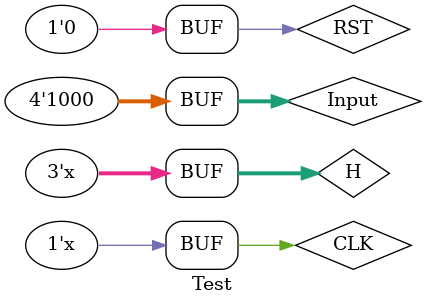
<source format=v>
`timescale 1ns / 1ps


module Test;

	// Inputs
	reg [3:0] Input;
	reg CLK;
	reg RST;
	reg [2:0] H;

	// Outputs
	wire [1:0] A;
	wire [1:0] B;
	wire [1:0] C;

	// Instantiate the Unit Under Test (UUT)
	Motor_PWM uut (
		.Input(Input), 
		.CLK(CLK), 
		.RST(RST), 
		.H(H), 
		.A(A), 
		.B(B), 
		.C(C)
	);

	initial begin
		// Initialize Inputs
		Input =4'b1000; 
		CLK = 0;
		RST = 1;
		H = 0;

		// Wait 100 ns for global reset to finish
		#100;
		RST=0;
		
        
		// Add stimulus here

	end
	always begin
	
	#1000 H=H+1;
			
	end
	always begin
	# 10 CLK =~ CLK;
	end
	
      
endmodule


</source>
